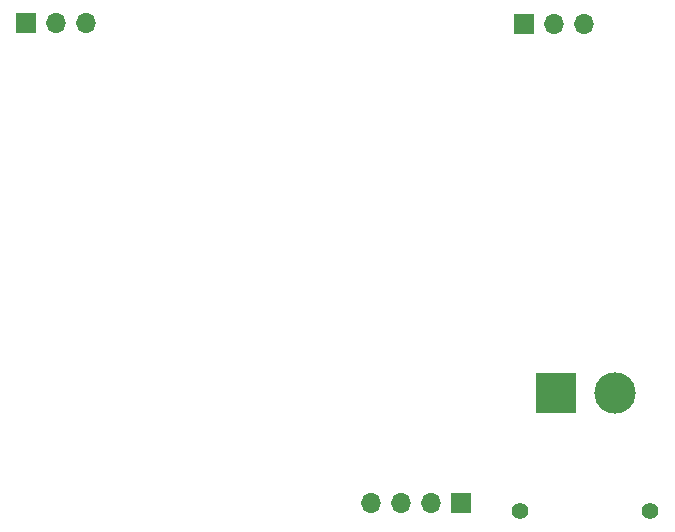
<source format=gbr>
%TF.GenerationSoftware,KiCad,Pcbnew,(6.0.6)*%
%TF.CreationDate,2022-10-01T00:42:19+08:00*%
%TF.ProjectId,Scratch_control,53637261-7463-4685-9f63-6f6e74726f6c,rev?*%
%TF.SameCoordinates,Original*%
%TF.FileFunction,Soldermask,Bot*%
%TF.FilePolarity,Negative*%
%FSLAX46Y46*%
G04 Gerber Fmt 4.6, Leading zero omitted, Abs format (unit mm)*
G04 Created by KiCad (PCBNEW (6.0.6)) date 2022-10-01 00:42:19*
%MOMM*%
%LPD*%
G01*
G04 APERTURE LIST*
%ADD10R,1.700000X1.700000*%
%ADD11O,1.700000X1.700000*%
%ADD12C,1.400000*%
%ADD13R,3.500000X3.500000*%
%ADD14C,3.500000*%
G04 APERTURE END LIST*
D10*
%TO.C,J5*%
X171069000Y-138811000D03*
D11*
X168529000Y-138811000D03*
X165989000Y-138811000D03*
X163449000Y-138811000D03*
%TD*%
D12*
%TO.C,J4*%
X176110000Y-139453000D03*
X187110000Y-139453000D03*
D13*
X179110000Y-129453000D03*
D14*
X184110000Y-129453000D03*
%TD*%
D10*
%TO.C,J2*%
X176418000Y-98228000D03*
D11*
X178958000Y-98228000D03*
X181498000Y-98228000D03*
%TD*%
D10*
%TO.C,J1*%
X134254000Y-98101000D03*
D11*
X136794000Y-98101000D03*
X139334000Y-98101000D03*
%TD*%
M02*

</source>
